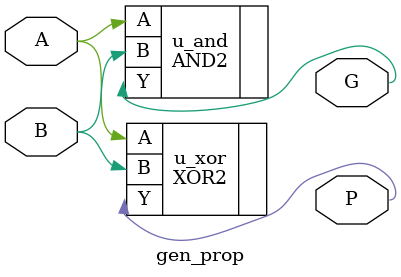
<source format=v>
module gen_prop(input A, input B, output G, output P);
    // G = Generate = A & B
    // P = Propagate = A ^ B

    // Instantiate AND2 and XOR2 modules (existing in project)
    AND2 u_and (.A(A), .B(B), .Y(G));
    XOR2 u_xor (.A(A), .B(B), .Y(P));

endmodule

</source>
